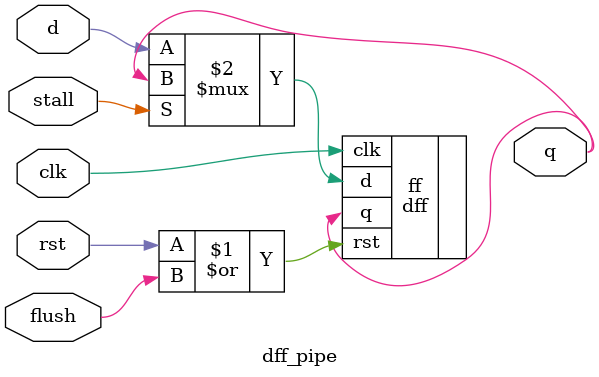
<source format=v>
module dff_pipe (clk,rst,flush,stall,d,q);

input clk,rst,flush, stall,d;
output q;

dff ff(.clk(clk),.rst(rst | flush),.d(stall ? q : d), .q(q));

endmodule 
</source>
